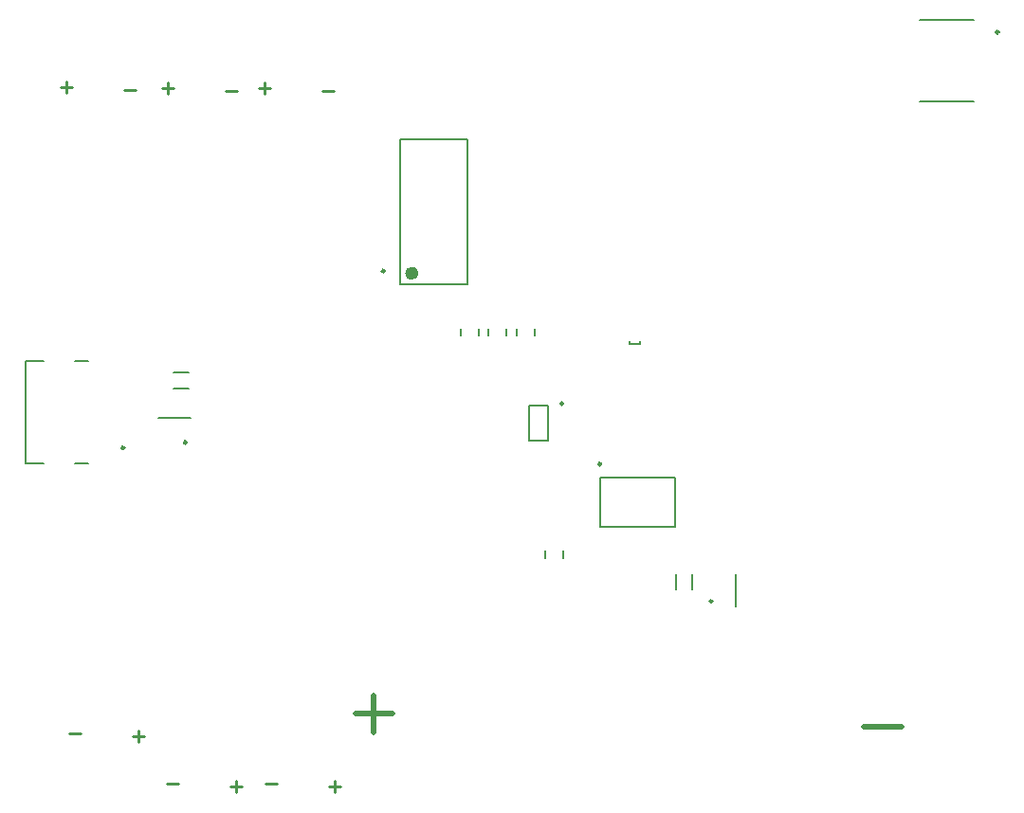
<source format=gbo>
G04*
G04 #@! TF.GenerationSoftware,Altium Limited,Altium Designer,22.1.2 (22)*
G04*
G04 Layer_Color=32896*
%FSLAX44Y44*%
%MOMM*%
G71*
G04*
G04 #@! TF.SameCoordinates,DF868C21-73AE-4418-8FF8-C31C1020728F*
G04*
G04*
G04 #@! TF.FilePolarity,Positive*
G04*
G01*
G75*
%ADD10C,0.2500*%
%ADD11C,0.1000*%
%ADD12C,0.6000*%
%ADD13C,0.2000*%
%ADD14C,0.2540*%
%ADD106C,0.5080*%
D10*
X307368Y485948D02*
G03*
X307368Y485948I-1250J0D01*
G01*
X855848Y699400D02*
G03*
X855848Y699400I-1250J0D01*
G01*
X74900Y327988D02*
G03*
X74900Y327988I-1250J0D01*
G01*
X466865Y367434D02*
G03*
X466865Y367434I-1250J0D01*
G01*
X130592Y332734D02*
G03*
X130592Y332734I-1250J0D01*
G01*
X600234Y190920D02*
G03*
X600234Y190920I-1250J0D01*
G01*
X500750Y313500D02*
G03*
X500750Y313500I-1250J0D01*
G01*
D11*
X552115Y226874D02*
G03*
X552115Y226874I-500J0D01*
G01*
D12*
X334618Y483898D02*
G03*
X334618Y483898I-3000J0D01*
G01*
D13*
X321618Y473898D02*
Y603898D01*
X381618Y473898D02*
Y603898D01*
X321618Y473898D02*
X381618D01*
X321618Y603898D02*
X381618D01*
X784948Y637700D02*
X833249D01*
X784948Y710300D02*
X833249D01*
X30500Y314300D02*
X42300D01*
X-13250D02*
X3000D01*
X-13250D02*
Y405700D01*
X30500D02*
X42300D01*
X-13250D02*
X3000D01*
X453115Y334434D02*
Y365434D01*
X436115Y334434D02*
Y365434D01*
X453115D01*
X436115Y334434D02*
X453115D01*
X134092Y354501D02*
Y355049D01*
X105092Y354501D02*
X134092D01*
X105092D02*
Y355049D01*
X134092D01*
X620752Y186170D02*
X621300D01*
X620752D02*
Y215170D01*
X621300D01*
Y186170D02*
Y215170D01*
X118595Y381130D02*
X132595D01*
X118595Y395630D02*
X132595D01*
X567750Y201330D02*
Y215330D01*
X582250Y201330D02*
Y215330D01*
X415854Y428054D02*
Y434528D01*
X399854Y428054D02*
Y434528D01*
X391618Y428054D02*
Y434528D01*
X375617Y428054D02*
Y434528D01*
X441618Y428054D02*
Y434528D01*
X425617Y428054D02*
Y434528D01*
X525868Y420653D02*
X535868D01*
X525868D02*
Y423654D01*
X535868Y420653D02*
Y423654D01*
X466750Y229500D02*
Y236500D01*
X450750Y229500D02*
Y236500D01*
X566500Y257000D02*
Y301000D01*
X499500Y257000D02*
Y301000D01*
Y257000D02*
X566500D01*
X499500Y301000D02*
X566500D01*
D14*
X35920Y72618D02*
X25763D01*
X92640Y70376D02*
X82484D01*
X87562Y75455D02*
Y65298D01*
X123106Y27540D02*
X112949D01*
X179826Y25298D02*
X169670D01*
X174748Y30377D02*
Y20220D01*
X210867Y27540D02*
X200710D01*
X267588Y25298D02*
X257431D01*
X262509Y30377D02*
Y20220D01*
X74601Y647960D02*
X84758D01*
X17881Y650202D02*
X28037D01*
X22959Y645123D02*
Y655280D01*
X165351Y646800D02*
X175508D01*
X108630Y649042D02*
X118787D01*
X113709Y643963D02*
Y654120D01*
X251754Y646800D02*
X261911D01*
X195033Y649042D02*
X205190D01*
X200111Y643963D02*
Y654120D01*
D106*
X314476Y90226D02*
X281154D01*
X297815Y73565D02*
Y106887D01*
X768890Y78700D02*
X735567D01*
M02*

</source>
